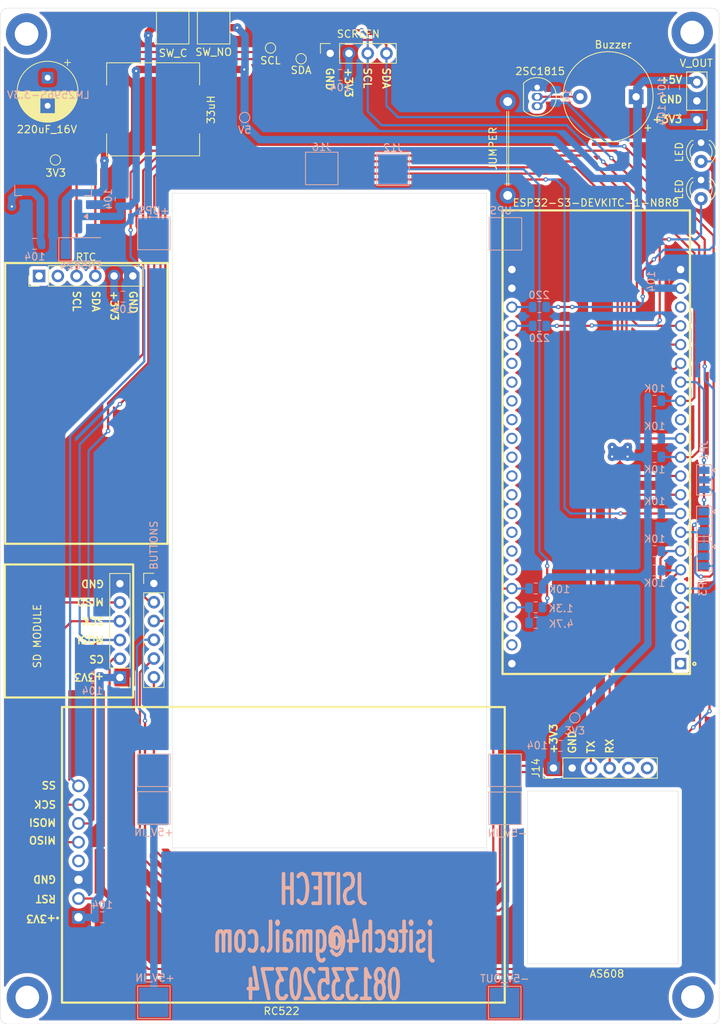
<source format=kicad_pcb>
(kicad_pcb (version 20241229) (generator "pcbnew") (generator_version "9.0")
  (layers (0 "F.Cu" signal) (2 "B.Cu" signal) (13 "F.Paste" user) (15 "B.Paste" user) (5 "F.SilkS" user "F.Silkscreen") (7 "B.SilkS" user "B.Silkscreen") (1 "F.Mask" user) (3 "B.Mask" user) (25 "Edge.Cuts" user))
  (net 0 "")
  (net 1 "GND")
  (net 2 "+3.3V")
  (net 3 "+5V")
  (net 4 "Net-(D1-A)")
  (net 5 "Net-(D2-K)")
  (net 6 "/SCL")
  (net 7 "/SDA")
  (net 8 "Net-(D3-A)")
  (net 10 "/TX")
  (net 11 "/RX")
  (net 12 "/SHARED_MOSI")
  (net 13 "/SD CARD CS")
  (net 14 "/SHARED_SCK")
  (net 15 "/SHARED_MISO")
  (net 16 "/BTN3")
  (net 17 "/BTN2")
  (net 18 "/BTN1")
  (net 19 "/BTN4")
  (net 20 "/BTN5")
  (net 21 "/CS3")
  (net 22 "/RC522 SS")
  (net 23 "/CS1")
  (net 24 "/CS2")
  (net 25 "/RC522 RST")
  (net 27 "Net-(J4-Pin_1)")
  (net 30 "Net-(U1-USB_D-{slash}GPIO19)")
  (net 31 "Net-(U1-USB_D+{slash}GPIO20)")
  (net 32 "Net-(U1-GPIO1)")
  (net 49 "Net-(J3-Pin_1)")
  (net 55 "Net-(J12-Pin_1)")
  (net 56 "Net-(J17-Pin_1)")
  (net 57 "Net-(BZ1--)")
  (net 58 "Net-(JP3-B)")
  (net 59 "Net-(Q1-B)")
  (footprint "MountingHole:MountingHole_3.2mm_M3_DIN965_Pad" (layer "F.Cu") (at 167.1025 161.7)
    (property "Reference" "REF**" (hide yes))
    (property "Value" "MountingHole_3.2mm_M3_DIN965_Pad" (hide yes))
  )
  (footprint "MountingHole:MountingHole_3.2mm_M3_DIN965_Pad" (layer "F.Cu") (at 167.0025 31.15)
    (property "Reference" "REF**" (hide yes))
    (property "Value" "MountingHole_3.2mm_M3_DIN965_Pad" (hide yes))
  )
  (footprint "Capacitor_THT:CP_Radial_D8.0mm_P3.80mm" (layer "F.Cu") (at 79.6525 37.2675 -90)
    (property "Reference" "C6" (hide yes))
    (property "Value" "220uF_16V")
  )
  (footprint "LED_THT:LED_D3.0mm" (layer "F.Cu") (at 168.2 51.11 -90)
    (property "Reference" "D3" (hide yes))
    (property "Value" "LED")
  )
  (footprint "Footprint:RC522 RFID" (layer "F.Cu") (at 111.6 142.45 90)
    (property "Reference" "U3" (hide yes))
    (property "Value" "RC522")
  )
  (footprint "MountingHole:MountingHole_3.2mm_M3_DIN965_Pad" (layer "F.Cu") (at 76.8025 31.35)
    (property "Reference" "REF**" (hide yes))
    (property "Value" "MountingHole_3.2mm_M3_DIN965_Pad" (hide yes))
  )
  (footprint "MountingHole:MountingHole_3.2mm_M3_DIN965_Pad" (layer "F.Cu") (at 76.9025 161.75)
    (property "Reference" "REF**" (hide yes))
    (property "Value" "MountingHole_3.2mm_M3_DIN965_Pad" (hide yes))
  )
  (footprint "TestPoint:TestPoint_Pad_D1.0mm" (layer "F.Cu") (at 114 34.7025)
    (property "Reference" "SDA1" (hide yes))
    (property "Value" "SDA")
  )
  (footprint "TestPoint:TestPoint_Pad_4.0x4.0mm" (layer "F.Cu") (at 102.1525 30.5)
    (property "Reference" "J18" (hide yes))
    (property "Value" "SW_NO")
  )
  (footprint "Connector_PinSocket_2.54mm:PinSocket_1x04_P2.54mm_Vertical" (layer "F.Cu") (at 117.95 33.975 90)
    (property "Reference" "J2" (hide yes))
    (property "Value" "SCREEN")
  )
  (footprint "Package_TO_SOT_THT:TO-92_Inline" (layer "F.Cu") (at 145.9925 38.58 -90)
    (property "Reference" "Q1" (hide yes))
    (property "Value" "2SC1815")
  )
  (footprint "Connector_PinHeader_2.54mm:PinHeader_1x06_P2.54mm_Vertical" (layer "F.Cu") (at 78.5 64.1 90)
    (property "Reference" "J1" (hide yes))
    (property "Value" "RTC")
  )
  (footprint "Connector_PinHeader_2.54mm:PinHeader_1x03_P2.54mm_Vertical" (layer "F.Cu") (at 167.63 42.95 180)
    (property "Reference" "J11" (hide yes))
    (property "Value" "V_OUT")
  )
  (footprint "LED_THT:LED_D3.0mm" (layer "F.Cu") (at 168.2 46.06 -90)
    (property "Reference" "D1" (hide yes))
    (property "Value" "LED")
  )
  (footprint "Connector_PinHeader_2.54mm:PinHeader_1x06_P2.54mm_Vertical" (layer "F.Cu") (at 148.2 130.7 90)
    (property "Reference" "J14")
    (property "Value" "AS608")
  )
  (footprint "Connector_PinHeader_2.54mm:PinHeader_1x06_P2.54mm_Vertical" (layer "F.Cu") (at 89.45 118.45 180)
    (property "Reference" "J15" (hide yes))
    (property "Value" "SD MODULE")
  )
  (footprint "TestPoint:TestPoint_Pad_D1.0mm" (layer "F.Cu") (at 109.8525 33.25)
    (property "Reference" "SCL1" (hide yes))
    (property "Value" "SCL")
  )
  (footprint "PCM_Jumper_AKL:Jumper_P12.70mm_D1.2mm" (layer "F.Cu") (at 142 53.2 90)
    (property "Reference" "REF**" (hide yes))
    (property "Value" "JUMPER")
  )
  (footprint "Inductor_SMD:L_12x12mm_H4.5mm" (layer "F.Cu") (at 93.95 41.55)
    (property "Reference" "L1" (hide yes))
    (property "Value" "33uH")
  )
  (footprint "TestPoint:TestPoint_Pad_D1.0mm" (layer "F.Cu") (at 80.7025 48.4)
    (property "Reference" "3.3V5" (hide yes))
    (property "Value" "3V3")
  )
  (footprint "Buzzer_Beeper:Buzzer_12x9.5RM7.6" (layer "F.Cu") (at 159.4025 39.85 180)
    (property "Reference" "BZ1" (hide yes))
    (property "Value" "Buzzer")
  )
  (footprint "Connector_PinHeader_2.54mm:PinHeader_1x06_P2.54mm_Vertical" (layer "F.Cu") (at 94.05 105.72)
    (property "Reference" "J13" (hide yes))
    (property "Value" "BUTTONS")
  )
  (footprint "TestPoint:TestPoint_Pad_4.0x4.0mm" (layer "F.Cu") (at 96.6025 30.5)
    (property "Reference" "J17" (hide yes))
    (property "Value" "SW_C")
  )
  (footprint "Footprint:ESP32-S3-DEVKITC" (layer "F.Cu") (at 154 86.6 180)
    (property "Reference" "U1" (hide yes))
    (property "Value" "ESP32-S3-DEVKITC-1-N8R8")
  )
  (footprint "Capacitor_SMD:C_0805_2012Metric" (layer "B.Cu") (at 163.15 64.8 90)
    (property "Reference" "C3" (hide yes))
    (property "Value" "104")
  )
  (footprint "Resistor_SMD:R_0805_2012Metric" (layer "B.Cu") (at 161.9125 103.95)
    (property "Reference" "R10" (hide yes))
    (property "Value" "10K")
  )
  (footprint "Resistor_SMD:R_0805_2012Metric" (layer "B.Cu") (at 161.9125 96.25)
    (property "Reference" "R8" (hide yes))
    (property "Value" "10K")
  )
  (footprint "TestPoint:TestPoint_Pad_D1.0mm" (layer "B.Cu") (at 151.1025 123.9 180)
    (property "Reference" "3.3V2" (hide yes))
    (property "Value" "3V3")
  )
  (footprint "Capacitor_SMD:C_0805_2012Metric" (layer "B.Cu") (at 89.55 53.7 90)
    (property "Reference" "C4" (hide yes))
    (property "Value" "104")
  )
  (footprint "Resistor_SMD:R_0805_2012Metric" (layer "B.Cu") (at 146.3 68.3 180)
    (property "Reference" "R3" (hide yes))
    (property "Value" "220")
  )
  (footprint "Capacitor_SMD:C_0805_2012Metric" (layer "B.Cu") (at 85.8 118.45 180)
    (property "Reference" "C11" (hide yes))
    (property "Value" "104")
  )
  (footprint "TestPoint:TestPoint_Pad_D1.0mm" (layer "B.Cu") (at 106.3525 42.65 180)
    (property "Reference" "5V1" (hide yes))
    (property "Value" "5V")
  )
  (footprint "Capacitor_SMD:C_0805_2012Metric" (layer "B.Cu") (at 164.55 42.35 90)
    (property "Reference" "C5" (hide yes))
    (property "Value" "104")
  )
  (footprint "Capacitor_SMD:C_0805_2012Metric" (layer "B.Cu") (at 149.15 127.7)
    (property "Reference" "C10" (hide yes))
    (property "Value" "104")
  )
  (footprint "Capacitor_SMD:C_0805_2012Metric" (layer "B.Cu") (at 119.3 36.9 180)
    (property "Reference" "C1" (hide yes))
    (property "Value" "104")
  )
  (footprint "Capacitor_SMD:C_0805_2012Metric" (layer "B.Cu") (at 87.05 150.9)
    (property "Reference" "C9" (hide yes))
    (property "Value" "104")
  )
  (footprint "Resistor_SMD:R_0805_2012Metric" (layer "B.Cu") (at 146.3 70.85 180)
    (property "Reference" "R4" (hide yes))
    (property "Value" "220")
  )
  (footprint "TestPoint:TestPoint_Pad_4.0x4.0mm" (layer "B.Cu") (at 141.65 136.15 180)
    (property "Reference" "IN-" (hide yes))
    (property "Value" "-5V_IN")
  )
  (footprint "Package_TO_SOT_SMD:TO-263-5_TabPin3" (layer "B.Cu") (at 80.4 48.4 90)
    (property "Reference" "U2" (hide yes))
    (property "Value" "LM2596S-3.3V")
  )
  (footprint "TestPoint:TestPoint_Pad_4.0x4.0mm" (layer "B.Cu") (at 141.6 162.45 180)
    (property "Reference" "J4" (hide yes))
    (property "Value" "-5V_OUT")
  )
  (footprint "TestPoint:TestPoint_Pad_4.0x4.0mm" (layer "B.Cu") (at 141.6525 131 180)
    (property "Reference" "J6" (hide yes))
    (property "Value" "-5V_IN")
  )
  (footprint "Capacitor_SMD:C_0805_2012Metric" (layer "B.Cu") (at 164.55 38.6 -90)
    (property "Reference" "C7" (hide yes))
    (property "Value" "104")
  )
  (footprint "Jumper:SolderJumper-3_P1.3mm_Open_Pad1.0x1.5mm" (layer "B.Cu") (at 168.6025 102.05 -90)
    (property "Reference" "JP3")
    (property "Value" "~")
  )
  (footprint "TestPoint:TestPoint_Pad_4.0x4.0mm" (layer "B.Cu") (at 94.05 136.1 180)
    (property "Reference" "IN+" (hide yes))
    (property "Value" "+5V_IN")
  )
  (footprint "TestPoint:TestPoint_Pad_4.0x4.0mm" (layer "B.Cu") (at 116.8 49.55 180)
    (property "Reference" "J16")
    (property "Value" "-BATT")
  )
  (footprint "Jumper:SolderJumper-3_P1.3mm_Open_Pad1.0x1.5mm" (layer "B.Cu") (at 168.6 97.3 -90)
    (property "Reference" "JP2" (hide yes))
    (property "Value" "~")
  )
  (footprint "Capacitor_SMD:C_0805_2012Metric" (layer "B.Cu") (at 89.85 66.9)
    (property "Reference" "C2" (hide yes))
    (property "Value" "104")
  )
  (footprint "TestPoint:TestPoint_Pad_4.0x4.0mm" (layer "B.Cu") (at 141.7 58.4 180)
    (property "Reference" "GND" (hide yes))
    (property "Value" "-UPS")
  )
  (footprint "Resistor_SMD:R_0805_2012Metric" (layer "B.Cu") (at 148.5025 39.8 90)
    (property "Reference" "R12" (hide yes))
    (property "Value" "1K")
  )
  (footprint "TestPoint:TestPoint_Pad_4.0x4.0mm" (layer "B.Cu") (at 126.45 49.65 180)
    (property "Reference" "J12")
    (property "Value" "+BATT")
  )
  (footprint "Resistor_SMD:R_0805_2012Metric" (layer "B.Cu") (at 161.9125 81)
    (property "Reference" "R2" (hide yes))
    (property "Value" "10K")
  )
  (footprint "TestPoint:TestPoint_Pad_4.0x4.0mm" (layer "B.Cu") (at 94.0525 131 180)
    (property "Reference" "J5" (hide yes))
    (property "Value" "+5V_IN")
  )
  (footprint "Resistor_SMD:R_0805_2012Metric" (layer "B.Cu") (at 161.9125 86.1)
    (property "Reference" "R7" (hide yes))
    (property "Value" "10K")
  )
  (footprint "Jumper:SolderJumper-3_P1.3mm_Open_Pad1.0x1.5mm" (layer "B.Cu") (at 168.6 91.7 -90)
    (property "Reference" "JP1")
    (property "Value" "~")
  )
  (footprint "Resistor_SMD:R_0805_2012Metric" (layer "B.Cu") (at 145.8 108.95 180)
    (property "Reference" "R5" (hide yes))
    (property "Value" "1.3K")
  )
  (footprint "TestPoint:TestPoint_Pad_4.0x4.0mm" (layer "B.Cu") (at 94.05 162.4 180)
    (property "Reference" "J3" (hide yes))
    (property "Value" "+5V_IN")
  )
  (footprint "Resistor_SMD:R_0805_2012Metric" (layer "B.Cu") (at 161.9125 101.35)
    (property "Reference" "R9" (hide yes))
    (property "Value" "10K")
  )
  (footprint "Resistor_SMD:R_0805_2012Metric" (layer "B.Cu") (at 145.8 106.4 180)
    (property "Reference" "R11" (hide yes))
    (property "Value" "10K")
  )
  (footprint "TestPoint:TestPoint_Pad_4.0x4.0mm" (layer "B.Cu") (at 94.05 58.35 180)
    (property "Reference" "J9" (hide yes))
    (property "Value" "+UPS")
  )
  (footprint "Resistor_SMD:R_0805_2012Metric" (layer "B.Cu") (at 161.9125 88.6)
    (property "Reference" "R1" (hide yes))
    (property "Value" "10K")
  )
  (footprint "Diode_SMD:D_2010_5025Metric" (layer "B.Cu") (at 84.35 60.5)
    (property "Reference" "D2" (hide yes))
    (property "Value" "1N5824")
  )
  (footprint "Capacitor_SMD:C_0805_2012Metric" (layer "B.Cu") (at 77.9 59.75 180)
    (property "Reference" "C8" (hide yes))
    (property "Value" "104")
  )
  (footprint "Resistor_SMD:R_0805_2012Metric" (layer "B.Cu") (at 145.8 111.05)
    (property "Reference" "R6" (hide yes))
    (property "Value" "4.7K")
  )
  (gr_rect (start 73.9 62.35) (end 95.9 100.35) (stroke (width 0.3)) (fill no) (layer "F.SilkS"))
  (gr_rect (start 73.85 103.15) (end 91.25 121.15) (stroke (width 0.3)) (fill no) (layer "F.SilkS"))
  (gr_arc (start 73.25 28.85) (mid 73.542893 28.142893) (end 74.25 27.85) (stroke (width 0.05)) (layer "Edge.Cuts"))
  (gr_arc (start 169.65 27.85) (mid 170.357107 28.142893) (end 170.65 28.85) (stroke (width 0.05)) (layer "Edge.Cuts"))
  (gr_line (start 74.25 27.85) (end 169.65 27.85) (stroke (width 0.05)) (layer "Edge.Cuts"))
  (gr_arc (start 74.25 165.35) (mid 73.542893 165.057107) (end 73.25 164.35) (stroke (width 0.05)) (layer "Edge.Cuts"))
  (gr_line (start 170.65 28.85) (end 170.65 164.35) (stroke (width 0.05)) (layer "Edge.Cuts"))
  (gr_arc (start 170.65 164.35) (mid 170.357107 165.057107) (end 169.65 165.35) (stroke (width 0.05)) (layer "Edge.Cuts"))
  (gr_line (start 73.25 164.35) (end 73.25 28.85) (stroke (width 0.05)) (layer "Edge.Cuts"))
  (gr_rect (start 96.55 52.9) (end 139.15 141.5) (stroke (width 0.05)) (fill no) (layer "Edge.Cuts"))
  (gr_rect (start 144.7 133.8) (end 165.1 157.2) (stroke (width 0.05)) (fill no) (layer "Edge.Cuts"))
  (gr_line (start 169.65 165.35) (end 74.25 165.35) (stroke (width 0.05)) (layer "Edge.Cuts"))
  (gr_text "GND" (at 87.4025 105.15 180) (layer "F.SilkS") (effects (font (size 1 1) (thickness 0.2) (bold yes)) (justify left bottom)))
  (gr_text "MOSI" (at 87.4025 112.75 180) (layer "F.SilkS") (effects (font (size 1 1) (thickness 0.2) (bold yes)) (justify left bottom)))
  (gr_text "RX" (at 156.4025 128.85 90) (layer "F.SilkS") (effects (font (size 1 1) (thickness 0.2) (bold yes)) (justify left bottom)))
  (gr_text "SDA" (at 85.6025 66 270) (layer "F.SilkS") (effects (font (size 1 1) (thickness 0.2) (bold yes)) (justify left bottom)))
  (gr_text "SCL" (at 83.0025 66 270) (layer "F.SilkS") (effects (font (size 1 1) (thickness 0.2) (bold yes)) (justify left bottom)))
  (gr_text "+3V3" (at 161.500119 43.475 0) (layer "F.SilkS") (effects (font (size 1 1) (thickness 0.2) (bold yes)) (justify left bottom)))
  (gr_text "MOSI" (at 80.9025 137.45 180) (layer "F.SilkS") (effects (font (size 1 1) (thickness 0.2) (bold yes)) (justify left bottom)))
  (gr_text "RST" (at 80.9025 147.8 180) (layer "F.SilkS") (effects (font (size 1 1) (thickness 0.2) (bold yes)) (justify left bottom)))
  (gr_text "SCK" (at 80.9025 135 180) (layer "F.SilkS") (effects (font (size 1 1) (thickness 0.2) (bold yes)) (justify left bottom)))
  (gr_text "+3V3" (at 80.9025 150.5 180) (layer "F.SilkS") (effects (font (size 1 1) (thickness 0.2) (bold yes)) (justify left bottom)))
  (gr_text "MISO" (at 80.9025 139.85 180) (layer "F.SilkS") (effects (font (size 1 1) (thickness 0.2) (bold yes)) (justify left bottom)))
  (gr_text "SDA" (at 124.9525 35.8 270) (layer "F.SilkS") (effects (font (size 1 1) (thickness 0.2) (bold yes)) (justify left bottom)))
  (gr_text "GND" (at 80.9025 145.15 180) (layer "F.SilkS") (effects (font (size 1 1) (thickness 0.2) (bold yes)) (justify left bottom)))
  (gr_text "+3V3" (at 148.8025 128.85 90) (layer "F.SilkS") (effects (font (size 1 1) (thickness 0.2) (bold yes)) (justify left bottom)))
  (gr_text "SCK" (at 87.4025 110.2 180) (layer "F.SilkS") (effects (font (size 1 1) (thickness 0.2) (bold yes)) (justify left bottom)))
  (gr_text "+3V3" (at 119.8525 35.8 270) (layer "F.SilkS") (effects (font (size 1 1) (thickness 0.2) (bold yes)) (justify left bottom)))
  (gr_text "+5V" (at 162.4525 38.125 0) (layer "F.SilkS") (effects (font (size 1 1) (thickness 0.2) (bold yes)) (justify left bottom)))
  (gr_text "+3V3" (at 87.4025 117.8 180) (layer "F.SilkS") (effects (font (size 1 1) (thickness 0.2) (bold yes)) (justify left bottom)))
  (gr_text "CS" (at 87.4025 115.35 180) (layer "F.SilkS") (effects (font (size 1 1) (thickness 0.2) (bold yes)) (justify left bottom)))
  (gr_text "SS" (at 80.9025 132.4 180) (layer "F.SilkS") (effects (font (size 1 1) (thickness 0.2) (bold yes)) (justify left bottom)))
  (gr_text "GND" (at 117.3025 35.8 270) (layer "F.SilkS") (effects (font (size 1 1) (thickness 0.2) (bold yes)) (justify left bottom)))
  (gr_text "SCL" (at 122.4025 35.8 270) (layer "F.SilkS") (effects (font (size 1 1) (thickness 0.2) (bold yes)) (justify left bottom)))
  (gr_text "+3V3" (at 88.1025 66 270) (layer "F.SilkS") (effects (font (size 1 1) (thickness 0.2) (bold yes)) (justify left bottom)))
  (gr_text "GND" (at 162.4525 40.8 0) (layer "F.SilkS") (effects (font (size 1 1) (thickness 0.2) (bold yes)) (justify left bottom)))
  (gr_text "MISO" (at 87.4025 107.6 180) (layer "F.SilkS") (effects (font (size 1 1) (thickness 0.2) (bold yes)) (justify left bottom)))
  (gr_text "TX" (at 153.869167 128.85 90) (layer "F.SilkS") (effects (font (size 1 1) (thickness 0.2) (bold yes)) (justify left bottom)))
  (gr_text "GND" (at 151.335833 128.85 90) (layer "F.SilkS") (effects (font (size 1 1) (thickness 0.2) (bold yes)) (justify left bottom)))
  (gr_text "GND" (at 90.6525 66 270) (layer "F.SilkS") (effects (font (size 1 1) (thickness 0.2) (bold yes)) (justify left bottom)))
  (gr_text "JSITECH\njsitech4@gmail.com\n08133520374" (at 117.0525 162.4 0) (layer "B.SilkS") (effects (font (size 4 2) (thickness 0.5) (bold yes)) (justify bottom mirror)))
  (segment (start 91.2 63.5475) (end 91.2 64.1) (width 1) (layer "B.Cu") (net 1))
  (segment (start 88.1525 60.5) (end 91.2 63.5475) (width 1) (layer "B.Cu") (net 1))
  (segment (start 86.6 60.5) (end 88.1525 60.5) (width 1) (layer "B.Cu") (net 1))
  (segment (start 87.6 67.2) (end 88.66 66.14) (width 1) (layer "F.Cu") (net 2))
  (segment (start 74.8 65.6) (end 76.4 67.2) (width 1) (layer "F.Cu") (net 2))
  (segment (start 76.4 67.2) (end 87.6 67.2) (width 1) (layer "F.Cu") (net 2))
  (segment (start 88.66 66.14) (end 88.66 64.1) (width 1) (layer "F.Cu") (net 2))
  (segment (start 98.9 41.55) (end 98.1 42.35) (width 1) (layer "F.Cu") (net 2))
  (segment (start 74.8 54.7) (end 74.8 65.6) (width 1) (layer "F.Cu") (net 2))
  (via (at 158.25 87.25) (size 1.2) (drill 0.3) (layers "F.Cu" "B.Cu") (net 2))
  (via (at 156.15 88.55) (size 1.2) (drill 0.3) (layers "F.Cu" "B.Cu") (net 2))
  (via (at 158.25 88.55) (size 1.2) (drill 0.3) (layers "F.Cu" "B.Cu") (net 2))
  (via (at 74.8 54.7) (size 1.2) (drill 0.3) (layers "F.Cu" "B.Cu") (net 2))
  (via (at 156.15 87.25) (size 1.2) (drill 0.3) (layers "F.Cu" "B.Cu") (net 2))
  (segment (start 161 86.1) (end 161 88.6) (width 1) (layer "B.Cu") (net 2))
  (segment (start 158.3 88.6) (end 158.25 88.55) (width 1) (layer "B.Cu") (net 2))
  (segment (start 167.28 43.3) (end 167.63 42.95) (width 1) (layer "B.Cu") (net 2))
  (segment (start 148.2 127.7) (end 148.2 126.7525) (width 1) (layer "B.Cu") (net 2))
  (segment (start 161 96.25) (end 161 101.35) (width 1) (layer "B.Cu") (net 2))
  (segment (start 120.49 33.975) (end 120.49 36.66) (width 1) (layer "B.Cu") (net 2))
  (segment (start 75.6 52.75) (end 74.8 53.55) (width 1) (layer "B.Cu") (net 2))
  (segment (start 158.25 88.55) (end 156.15 88.55) (width 1) (layer "B.Cu") (net 2))
  (segment (start 161 88.6) (end 158.3 88.6) (width 1) (layer "B.Cu") (net 2))
  (segment (start 161 105.7) (end 161 103.95) (width 1) (layer "B.Cu") (net 2))
  (segment (start 78.7 53.75) (end 77.7 52.75) (width 1) (layer "B.Cu") (net 2))
  (segment (start 147.65 104.85) (end 159.25 104.85) (width 1) (layer "B.Cu") (net 2))
  (segment (start 160.1 104.85) (end 161 103.95) (width 1) (layer "B.Cu") (net 2))
  (segment (start 86.1 148.7) (end 86.75 148.05) (width 1) (layer "B.Cu") (net 2))
  (segment (start 161 104.45) (end 161 103.9) (width 1) (layer "B.Cu") (net 2))
  (segment (start 161 81) (end 161 86.1) (width 1) (layer "B.Cu") (net 2))
  (segment (start 120.49 36.66) (end 120.25 36.9) (width 1) (layer "B.Cu") (net 2))
  (segment (start 86.75 118.45) (end 89.45 118.45) (width 1) (layer "B.Cu") (net 2))
  (segment (start 86.75 148.05) (end 86.75 118.45) (width 1) (layer "B.Cu") (net 2))
  (segment (start 159.25 104.85) (end 160.15 104.85) (width 1) (layer "B.Cu") (net 2))
  (segment (start 78.7 56.05) (end 78.7 53.75) (width 1) (layer "B.Cu") (net 2))
  (segment (start 156.15 87.25) (end 156.15 88.55) (width 1) (layer "B.Cu") (net 2))
  (segment (start 161 81) (end 161 80.4) (width 1) (layer "B.Cu") (net 2))
  (segment (start 146.7125 105.7875) (end 147.65 104.85) (width 1) (layer "B.Cu") (net 2))
  (segment (start 161 88.6) (end 161 96.25) (width 1) (layer "B.Cu") (net 2))
  (segment (start 148.2 126.7525) (end 161 113.9525) (width 1) (layer "B.Cu") (net 2))
  (segment (start 158.25 87.25) (end 158.25 88.55) (width 1) (layer "B.Cu") (net 2))
  (segment (start 161 101.35) (end 161 103.9) (width 1) (layer "B.Cu") (net 2))
  (segment (start 88.66 64.1) (end 88.66 66.66) (width 1) (layer "B.Cu") (net 2))
  (segment (start 146.7125 106.4) (end 146.7125 105.7875) (width 1) (layer "B.Cu") (net 2))
  (segment (start 148.2 130.7) (end 148.2 127.7) (width 1) (layer "B.Cu") (net 2))
  (segment (start 74.8 53.55) (end 74.8 54.7) (width 1) (layer "B.Cu") (net 2))
  (segment (start 159.25 104.85) (end 160.1 104.85) (width 1) (layer "B.Cu") (net 2))
  (segment (start 164.55 43.3) (end 167.28 43.3) (width 1) (layer "B.Cu") (net 2))
  (segment (start 161 103.9) (end 161 103.85) (width 1) (layer "B.Cu") (net 2))
  (segment (start 78.7 56.05) (end 78.7 59.6) (width 1) (layer "B.Cu") (net 2))
  (segment (start 86.1 150.9) (end 83.84 150.9) (width 1) (layer "B.Cu") (net 2))
  (segment (start 86.1 150.9) (end 86.1 148.7) (width 1) (layer "B.Cu") (net 2))
  (segment (start 77.7 52.75) (end 75.6 52.75) (width 1) (layer "B.Cu") (net 2))
  (segment (start 160.15 104.85) (end 161 105.7) (width 1) (layer "B.Cu") (net 2))
  (segment (start 161 113.9525) (end 161 105.7) (width 1) (layer "B.Cu") (net 2))
  (segment (start 160.6 104.85) (end 161 104.45) (width 1) (layer "B.Cu") (net 2))
  (segment (start 88.66 66.66) (end 88.9 66.9) (width 1) (layer "B.Cu") (net 2))
  (segment (start 78.7 59.6) (end 78.85 59.75) (width 1) (layer "B.Cu") (net 2))
  (segment (start 159.25 104.85) (end 160.6 104.85) (width 1) (layer "B.Cu") (net 2))
  (segment (start 105.35 30.5) (end 102.1525 30.5) (width 1) (layer "F.Cu") (net 3))
  (segment (start 91.8525 36.15) (end 106.3 36.15) (width 1) (layer "F.Cu") (net 3))
  (segment (start 91.6525 36.35) (end 91.8525 36.15) (width 1) (layer "F.Cu") (net 3))
  (via (at 91.6525 36.35) (size 1.2) (drill 0.3) (layers "F.Cu" "B.Cu") (net 3))
  (via (at 106.3 36.15) (size 1.2) (drill 0.3) (layers "F.Cu" "B.Cu") (net 3))
  (via (at 105.35 30.5) (size 1.2) (drill 0.3) (layers "F.Cu" "B.Cu") (net 3))
  (segment (start 159.5 50.8) (end 159.5 49.6) (width 1) (layer "B.Cu") (net 3))
  (segment (start 163.15 65.75) (end 161 65.75) (width 1) (layer "B.Cu") (net 3))
  (segment (start 157.15 50.9) (end 158.2 50.9) (width 1) (layer "B.Cu") (net 3))
  (segment (start 148.35 45.65) (end 153.6 50.9) (width 1) (layer "B.Cu") (net 3))
  (segment (start 159.7 53.95) (end 159.7 52) (width 1) (layer "B.Cu") (net 3))
  (segment (start 153.6 50.9) (end 157.15 50.9) (width 1) (layer "B.Cu") (net 3))
  (segment (start 159.6 50.9) (end 159.5 50.8) (width 1) (layer "B.Cu") (net 3))
  (segment (start 160.5 37.65) (end 162.45 37.65) (width 1) (layer "B.Cu") (net 3))
  (segment (start 91.6525 40.3475) (end 91.65 40.35) (width 1) (layer "B.Cu") (net 3))
  (segment (start 159.7 64.45) (end 159.7 58.082538) (width 1) (layer "B.Cu") (net 3))
  (segment (start 164.55 37.65) (end 167.41 37.65) (width 1) (layer "B.Cu") (net 3))
  (segment (start 159.7 52) (end 159.7 51) (width 1) (layer "B.Cu") (net 3))
  (segment (start 90.81375 54.65) (end 89.55 54.65) (width 1) (layer "B.Cu") (net 3))
  (segment (start 158.6 50.9) (end 159.7 52) (width 1) (layer "B.Cu") (net 3))
  (segment (start 105.35 30.5) (end 106.4 31.55) (width 1) (layer "B.Cu") (net 3))
  (segment (start 91.6525 36.35) (end 91.6525 40.3475) (width 1) (layer "B.Cu") (net 3))
  (segment (start 91.65 53.81375) (end 90.81375 54.65) (width 1) (layer "B.Cu") (net 3))
  (segment (start 106.4 43.65) (end 108.4 45.65) (width 1) (layer "B.Cu") (net 3))
  (segment (start 106.3 43.55) (end 106.4 43.65) (width 1) (layer "B.Cu") (net 3))
  (segment (start 89.55 54.65) (end 89.55 56.05) (width 1) (layer "B.Cu") (net 3))
  (segment (start 161 65.75) (end 159.7 64.45) (width 1) (layer "B.Cu") (net 3))
  (segment (start 91.65 40.35) (end 91.65 53.81375) (width 1) (layer "B.Cu") (net 3))
  (segment (start 106.3 36.15) (end 106.4 36.05) (width 1) (layer "B.Cu") (net 3))
  (segment (start 163.15 65.75) (end 165.41 65.75) (width 1) (layer "B.Cu") (net 3))
  (segment (start 159.5 38.65) (end 160.5 37.65) (width 1) (layer "B.Cu") (net 3))
  (segment (start 108.4 45.65) (end 148.35 45.65) (width 1) (layer "B.Cu") (net 3))
  (segment (start 157.15 50.9) (end 159.6 50.9) (width 1) (layer "B.Cu") (net 3))
  (segment (start 106.3 36.15) (end 106.3 43.55) (width 1) (layer "B.Cu") (net 3))
  (segment (start 159.7 38.45) (end 160.5 37.65) (width 1) (layer "B.Cu") (net 3))
  (segment (start 157.15 50.9) (end 158.6 50.9) (width 1) (layer "B.Cu") (net 3))
  (segment (start 106.4 31.55) (end 106.4 43.65) (width 1) (layer "B.Cu") (net 3))
  (segment (start 159.7 51) (end 159.6 50.9) (width 1) (layer "B.Cu") (net 3))
  (segment (start 87.6 56.05) (end 83.8 56.05) (width 1) (layer "B.Cu") (net 3))
  (segment (start 167.41 37.65) (end 167.63 37.87) (width 1) (layer "B.Cu") (net 3))
  (segment (start 158.2 50.9) (end 159.5 49.6) (width 1) (layer "B.Cu") (net 3))
  (segment (start 159.7 58.082538) (end 159.7 53.95) (width 1) (layer "B.Cu") (net 3))
  (segment (start 159.7 53.95) (end 159.7 38.45) (width 1) (layer "B.Cu") (net 3))
  (segment (start 159.5 49.6) (end 159.5 38.65) (width 1) (layer "B.Cu") (net 3))
  (segment (start 89.55 56.05) (end 87.6 56.05) (width 1) (layer "B.Cu") (net 3))
  (segment (start 106.4 36.05) (end 106.4 31.55) (width 1) (layer "B.Cu") (net 3))
  (segment (start 162.45 37.65) (end 164.55 37.65) (width 1) (layer "B.Cu") (net 3))
  (segment (start 165.41 65.75) (end 165.43 65.77) (width 1) (layer "B.Cu") (net 3))
  (segment (start 161.80724 61.854893) (end 160.95 62.712133) (width 0.3) (layer "F.Cu") (net 4))
  (segment (start 160.95 62.75) (end 160.3 63.4) (width 0.3) (layer "F.Cu") (net 4))
  (segment (start 160.95 62.712133) (end 160.95 62.75) (width 0.3) (layer "F.Cu") (net 4))
  (segment (start 160.3 63.4) (end 160.3 66.9) (width 0.3) (layer "F.Cu") (net 4))
  (segment (start 150.75 68.3) (end 148.85 68.3) (width 0.3) (layer "F.Cu") (net 4))
  (via (at 161.80724 61.854893) (size 0.6) (drill 0.3) (layers "F.Cu" "B.Cu") (net 4))
  (via (at 150.75 68.3) (size 0.6) (drill 0.3) (layers "F.Cu" "B.Cu") (net 4))
  (via (at 148.85 68.3) (size 0.6) (drill 0.3) (layers "F.Cu" "B.Cu") (net 4))
  (via (at 160.3 66.9) (size 0.6) (drill 0.3) (layers "F.Cu" "B.Cu") (net 4))
  (segment (start 169.699 48.6) (end 168.2 48.6) (width 0.3) (layer "B.Cu") (net 4))
  (segment (start 160.3 67.75) (end 160.3 66.9) (width 0.3) (layer "B.Cu") (net 4))
  (segment (start 159.75 68.3) (end 160.3 67.75) (width 0.3) (layer "B.Cu") (net 4))
  (segment (start 161.820107 61.854893) (end 163.125 60.55) (width 0.3) (layer "B.Cu") (net 4))
  (segment (start 150.75 68.3) (end 159.75 68.3) (width 0.3) (layer "B.Cu") (net 4))
  (segment (start 148.85 68.3) (end 147.2125 68.3) (width 0.3) (layer "B.Cu") (net 4))
  (segment (start 163.125 60.55) (end 169.35 60.55) (width 0.3) (layer "B.Cu") (net 4))
  (segment (start 169.35 60.55) (end 169.999 59.901) (width 0.3) (layer "B.Cu") (net 4))
  (segment (start 161.80724 61.854893) (end 161.820107 61.854893) (width 0.3) (layer "B.Cu") (net 4))
  (segment (start 169.999 48.9) (end 169.699 48.6) (width 0.3) (layer "B.Cu") (net 4))
  (segment (start 169.999 59.901) (end 169.999 48.9) (width 0.3) (layer "B.Cu") (net 4))
  (segment (start 87.3525 46.02625) (end 89 44.37875) (width 1) (layer "F.Cu") (net 5))
  (segment (start 87.3525 48.5025) (end 87.3525 46.02625) (width 1) (layer "F.Cu") (net 5))
  (segment (start 89 44.37875) (end 89 41.55) (width 1) (layer "F.Cu") (net 5))
  (via (at 87.3525 48.5025) (size 1.2) (drill 0.3) (layers "F.Cu" "B.Cu") (net 5))
  (segment (start 87.3525 48.5025) (end 87.3525 52.1975) (width 1) (layer "B.Cu") (net 5))
  (segment (start 86.701 52.849) (end 83.016312 52.849) (width 1) (layer "B.Cu") (net 5))
  (segment (start 83.016312 52.849) (end 82.1 53.765312) (width 1) (layer "B.Cu") (net 5))
  (segment (start 82.1 56.05) (end 82.1 60.5) (width 1) (layer "B.Cu") (net 5))
  (segment (start 87.3525 52.1975) (end 86.701 52.849) (width 1) (layer "B.Cu") (net 5))
  (segment (start 82.1 53.765312) (end 82.1 56.05) (width 1) (layer "B.Cu") (net 5))
  (segment (start 109.314375 33.8) (end 112.264375 30.85) (width 0.3) (layer "F.Cu") (net 6))
  (segment (start 112.264375 30.85) (end 122.2 30.85) (width 0.3) (layer "F.Cu") (net 6))
  (segment (start 123.05 33.995) (end 123.03 33.975) (width 0.3) (layer "F.Cu") (net 6))
  (segment (start 166.84 81.01) (end 165.43 81.01) (width 0.3) (layer "F.Cu") (net 6))
  (segment (start 85.0525 33.8) (end 109.314375 33.8) (width 0.3) (layer "F.Cu") (net 6))
  (segment (start 83.58 64.1) (end 83.58 35.2725) (width 0.3) (layer "F.Cu") (net 6))
  (segment (start 167.3 80.55) (end 166.84 81.01) (width 0.3) (layer "F.Cu") (net 6))
  (segment (start 83.58 35.2725) (end 85.0525 33.8) (width 0.3) (layer "F.Cu") (net 6))
  (segment (start 154.95 48.65) (end 167.3 61) (width 0.3) (layer "F.Cu") (net 6))
  (segment (start 167.3 61) (end 167.3 80.55) (width 0.3) (layer "F.Cu") (net 6))
  (via (at 122.2 30.85) (size 0.6) (drill 0.3) (layers "F.Cu" "B.Cu") (net 6))
  (via (at 154.95 48.65) (size 0.6) (drill 0.3) (layers "F.Cu" "B.Cu") (net 6))
  (segment (start 154.95 48.65) (end 150 43.7) (width 0.3) (layer "B.Cu") (net 6))
  (segment (start 123.03 31.68) (end 123.03 33.975) (width 0.3) (layer "B.Cu") (net 6))
  (segment (start 122.2 30.85) (end 123.03 31.68) (width 0.3) (layer "B.Cu") (net 6))
  (segment (start 165.42 81) (end 165.43 81.01) (width 0.3) (layer "B.Cu") (net 6))
  (segment (start 150 43.7) (end 124.9 43.7) (width 0.3) (layer "B.Cu") (net 6))
  (segment (start 124.9 43.7) (end 123.03 41.83) (width 0.3) (layer "B.Cu") (net 6))
  (segment (start 162.825 81) (end 165.42 81) (width 0.3) (layer "B.Cu") (net 6))
  (segment (start 123.03 41.83) (end 123.03 33.975) (width 0.3) (layer "B.Cu") (net 6))
  (segment (start 125.5525 32.8) (end 125.5525 33.2025) (width 0.3) (layer "F.Cu") (net 7))
  (segment (start 86.12 64.1) (end 86.12 35.9325) (width 0.3) (layer "F.Cu") (net 7))
  (segment (start 125.5525 33.2025) (end 125.57 33.22) (width 0.3) (layer "F.Cu") (net 7))
  (segment (start 167.02 88.63) (end 165.43 88.63) (width 0.3) (layer "F.Cu") (net 7))
  (segment (start 156.05 48.15) (end 167.949 60.049) (width 0.3) (layer "F.Cu") (net 7))
  (segment (start 86.12 35.9325) (end 87.3025 34.75) (width 0.3) (layer "F.Cu") (net 7))
  (segment (start 125.57 33.22) (end 125.57 33.975) (width 0.3) (layer "F.Cu") (net 7))
  (segment (start 167.949 87.701) (end 167.02 88.63) (width 0.3) (layer "F.Cu") (net 7))
  (segment (start 87.3025 34.75) (end 114 34.75) (width 0.3) (layer "F.Cu") (net 7))
  (segment (start 167.949 60.049) (end 167.949 87.701) (width 0.3) (layer "F.Cu") (net 7))
  (segment (start 124.9025 32.15) (end 125.5525 32.8) (width 0.3) (layer "F.Cu") (net 7))
  (segment (start 114 34.75) (end 116.6 32.15) (width 0.3) (layer "F.Cu") (net 7))
  (segment (start 116.6 32.15) (end 124.9025 32.15) (width 0.3) (layer "F.Cu") (net 7))
  (via (at 156.05 48.15) (size 0.6) (drill 0.3) (layers "F.Cu" "B.Cu") (net 7))
  (segment (start 162.825 88.6) (end 165.4 88.6) (width 0.3) (layer "B.Cu") (net 7))
  (segment (start 165.4 88.6) (end 165.43 88.63) (width 0.3) (layer "B.Cu") (net 7))
  (segment (start 125.57 41.07) (end 125.57 33.975) (width 0.3) (layer "B.Cu") (net 7))
  (segment (start 150.5 42.6) (end 127.1 42.6) (width 0.3) (layer "B.Cu") (net 7))
  (segment (start 127.1 42.6) (end 125.57 41.07) (width 0.3) (layer "B.Cu") (net 7))
  (segment (start 156.05 48.15) (end 150.5 42.6) (width 0.3) (layer "B.Cu") (net 7))
  (segment (start 162.6 59.425) (end 162.6 70.1) (width 0.3) (layer "F.Cu") (net 8))
  (segment (start 153.4 70.8) (end 153.35 70.85) (width 0.3) (layer "F.Cu") (net 8))
  (segment (start 163.85 59.15) (end 162.875 59.15) (width 0.3) (layer "F.Cu") (net 8))
  (segment (start 153.35 70.85) (end 148.65 70.85) (width 0.3) (layer "F.Cu") (net 8))
  (segment (start 162.875 59.15) (end 162.6 59.425) (width 0.3) (layer "F.Cu") (net 8))
  (via (at 153.4 70.8) (size 0.6) (drill 0.3) (layers "F.Cu" "B.Cu") (net 8))
  (via (at 162.6 70.1) (size 0.6) (drill 0.3) (layers "F.Cu" "B.Cu") (net 8))
  (via (at 163.85 59.15) (size 0.6) (drill 0.3) (layers "F.Cu" "B.Cu") (net 8))
  (via (at 148.65 70.85) (size 0.6) (drill 0.3) (layers "F.Cu" "B.Cu") (net 8))
  (segment (start 162.6 70.3) (end 162.1 70.8) (width 0.3) (layer "B.Cu") (net 8))
  (segment (start 162.1 70.8) (end 153.4 70.8) (width 0.3) (layer "B.Cu") (net 8))
  (segment (start 168.2 53.65) (end 168.2 58.45) (width 0.3) (layer "B.Cu") (net 8))
  (segment (start 148.65 70.85) (end 147.2125 70.85) (width 0.3) (layer "B.Cu") (net 8))
  (segment (start 167.5 59.15) (end 163.85 59.15) (width 0.3) (layer "B.Cu") (net 8))
  (segment (start 168.2 58.45) (end 167.5 59.15) (width 0.3) (layer "B.Cu") (net 8))
  (segment (start 162.6 70.1) (end 162.6 70.3) (width 0.3) (layer "B.Cu") (net 8))
  (segment (start 157.24 93.71) (end 155.82 95.13) (width 0.3) (layer "F.Cu") (net 10))
  (segment (start 165.43 93.71) (end 157.24 93.71) (width 0.3) (layer "F.Cu") (net 10))
  (segment (start 155.82 95.13) (end 155.82 130.7) (width 0.3) (layer "F.Cu") (net 10))
  (segment (start 153.28 130.7) (end 153.28 92.57) (width 0.3) (layer "F.Cu") (net 11))
  (segment (start 153.28 92.57) (end 154.68 91.17) (width 0.3) (layer "F.Cu") (net 11))
  (segment (start 154.68 91.17) (end 165.43 91.17) (width 0.3) (layer "F.Cu") (net 11))
  (segment (start 164.665 76.695) (end 158.215 76.695) (width 0.3) (layer "F.Cu") (net 12))
  (segment (start 83.84 138.2) (end 85.3 138.2) (width 0.3) (layer "F.Cu") (net 12))
  (segment (start 85.85 114.25) (end 86.73 113.37) (width 0.3) (layer "F.Cu") (net 12))
  (segment (start 85.3 138.2) (end 85.85 137.65) (width 0.3) (layer "F.Cu") (net 12))
  (segment (start 157.5 75.98) (end 157.5 55.65) (width 0.3) (layer "F.Cu") (net 12))
  (segment (start 86.73 113.37) (end 89.45 113.37) (width 0.3) (layer "F.Cu") (net 12))
  (segment (start 85.85 137.65) (end 85.85 114.25) (width 0.3) (layer "F.Cu") (net 12))
  (segment (start 158.215 76.695) (end 157.5 75.98) (width 0.3) (layer "F.Cu") (net 12))
  (segment (start 165.43 75.93) (end 164.665 76.695) (width 0.3) (layer "F.Cu") (net 12))
  (segment (start 157.5 55.65) (end 151.25 49.4) (width 0.3) (layer "F.Cu") (net 12))
  (segment (start 151.25 49.4) (end 95.3 49.4) (width 0.3) (layer "F.Cu") (net 12))
  (segment (start 94.1 76.8) (end 89.45 81.45) (width 0.3) (layer "F.Cu") (net 12))
  (segment (start 95.3 49.4) (end 94.1 50.6) (width 0.3) (layer "F.Cu") (net 12))
  (segment (start 94.1 50.6) (end 94.1 76.8) (width 0.3) (layer "F.Cu") (net 12))
  (via (at 89.45 81.45) (size 0.6) (drill 0.3) (layers "F.Cu" "B.Cu") (net 12))
  (segment (start 84 86.9) (end 84 112.55) (width 0.3) (layer "B.Cu") (net 12))
  (segment (start 84 112.55) (end 84.82 113.37) (width 0.3) (layer "B.Cu") (net 12))
  (segment (start 84.82 113.37) (end 89.45 113.37) (width 0.3) (layer "B.Cu") (net 12))
  (segment (start 89.45 81.45) (end 84 86.9) (width 0.3) (layer "B.Cu") (net 12))
  (segment (start 169.35 109.75) (end 167.1025 107.5025) (width 0.3) (layer "F.Cu") (net 13))
  (segment (start 169.35 123) (end 169.35 109.75) (width 0.3) (layer "F.Cu") (net 13))
  (segment (start 167.1025 107.5025) (end 167.1025 97.972) (width 0.3) (layer "F.Cu") (net 13))
  (segment (start 88.57 115.91) (end 88.049 116.431) (width 0.3) (layer "F.Cu") (net 13))
  (segment (start 88.049 146.649) (end 90.525 149.125) (width 0.3) (layer "F.Cu") (net 13))
  (segment (start 165.40125 157.9) (end 165.8525 157.44875) (width 0.3) (layer "F.Cu") (net 13))
  (segment (start 165.8525 126.4975) (end 167.15 125.2) (width 0.3) (layer "F.Cu") (net 13))
  (segment (start 89.45 115.91) (end 88.57 115.91) (width 0.3) (layer "F.Cu") (net 13))
  (segment (start 88.049 116.431) (end 88.049 146.649) (width 0.3) (layer "F.Cu") (net 13))
  (segment (start 167.1025 97.972) (end 167.2745 97.8) (width 0.3) (layer "F.Cu") (net 13))
  (segment (start 90.525 149.125) (end 90.525 155.125) (width 0.3) (layer "F.Cu") (net 13))
  (segment (start 93.3 157.9) (end 165.40125 157.9) (width 0.3) (layer "F.Cu") (net 13))
  (segment (start 165.8525 157.44875) (end 165.8525 126.4975) (width 0.3) (layer "F.Cu") (net 13))
  (segment (start 90.525 155.125) (end 93.3 157.9) (width 0.3) (layer "F.Cu") (net 13))
  (via (at 167.2745 97.8) (size 0.6) (drill 0.3) (layers "F.Cu" "B.Cu") (net 13))
  (via (at 169.35 123) (size 0.6) (drill 0.3) (layers "F.Cu" "B.Cu") (net 13))
  (via (at 167.15 125.2) (size 0.6) (drill 0.3) (layers "F.Cu" "B.Cu") (net 13))
  (segment (start 168.6 97.3) (end 167.7745 97.3) (width 0.3) (layer "B.Cu") (net 13))
  (segment (start 169.35 123) (end 167.15 125.2) (width 0.3) (layer "B.Cu") (net 13))
  (segment (start 167.7745 97.3) (end 167.2745 97.8) (width 0.3) (layer "B.Cu") (net 13))
  (segment (start 82.92 110.83) (end 89.45 110.83) (width 0.3) (layer "F.Cu") (net 14))
  (segment (start 158.1 54.9) (end 158.1 73.25) (width 0.3) (layer "F.Cu") (net 14))
  (segment (start 87.85 81.3) (end 93.3 75.85) (width 0.3) (layer "F.Cu") (net 14))
  (segment (start 81.8 135.05) (end 81.8 111.95) (width 0.3) (layer "F.Cu") (net 14))
  (segment (start 158.1 73.25) (end 158.24 73.39) (width 0.3) (layer "F.Cu") (net 14))
  (segment (start 151.8 48.6) (end 158.1 54.9) (width 0.3) (layer "F.Cu") (net 14))
  (segment (start 93.3 50.2) (end 94.9 48.6) (width 0.3) (layer "F.Cu") (net 14))
  (segment (start 158.24 73.39) (end 165.43 73.39) (width 0.3) (layer "F.Cu") (net 14))
  (segment (start 83.84 135.66) (end 82.41 135.66) (width 0.3) (layer "F.Cu") (net 14))
  (segment (start 94.9 48.6) (end 151.8 48.6) (width 0.3) (layer "F.Cu") (net 14))
  (segment (start 81.8 111.95) (end 82.92 110.83) (width 0.3) (layer "F.Cu") (net 14))
  (segment (start 82.41 135.66) (end 81.8 135.05) (width 0.3) (layer "F.Cu") (net 14))
  (segment (start 93.3 75.85) (end 93.3 50.2) (width 0.3) (layer "F.Cu") (net 14))
  (segment (start 87.85 85.1) (end 87.85 81.3) (width 0.3) (layer "F.Cu") (net 14))
  (via (at 87.85 85.1) (size 0.6) (drill 0.3) (layers "F.Cu" "B.Cu") (net 14))
  (segment (start 85.2 87.75) (end 85.2 110.35) (width 0.3) (layer "B.Cu") (net 14))
  (segment (start 85.68 110.83) (end 89.45 110.83) (width 0.3) (layer "B.Cu") (net 14))
  (segment (start 87.85 85.1) (end 85.2 87.75) (width 0.3) (layer "B.Cu") (net 14))
  (segment (start 85.2 110.35) (end 85.68 110.83) (width 0.3) (layer "B.Cu") (net 14))
  (segment (start 81.7 108.29) (end 80.85 108.29) (width 0.3) (layer "F.Cu") (net 15))
  (segment (start 92.601 49.849) (end 94.65 47.8) (width 0.3) (layer "F.Cu") (net 15))
  (segment (start 81.7 108.29) (end 81.51 108.29) (width 0.3) (layer "F.Cu") (net 15))
  (segment (start 80.25 109.55) (end 80.25 139.55) (width 0.3) (layer "F.Cu") (net 15))
  (segment (start 81.44 140.74) (end 83.84 140.74) (width 0.3) (layer "F.Cu") (net 15))
  (segment (start 80.26 108.29) (end 89.45 108.29) (width 0.3) (layer "F.Cu") (net 15))
  (segment (start 80.25 109.55) (end 80.25 108.65) (width 0.3) (layer "F.Cu") (net 15))
  (segment (start 80.25 108.3) (end 80.26 108.29) (width 0.3) (layer "F.Cu") (net 15))
  (segment (start 92.601 74.649) (end 92.601 49.849) (width 0.3) (layer "F.Cu") (net 15))
  (segment (start 80.25 139.55) (end 81.44 140.74) (width 0.3) (layer "F.Cu") (net 15))
  (segment (start 158.7 69.9) (end 159.65 70.85) (width 0.3) (layer "F.Cu") (net 15))
  (segment (start 94.65 47.8) (end 152.55 47.8) (width 0.3) (layer "F.Cu") (net 15))
  (segment (start 159.65 70.85) (end 165.43 70.85) (width 0.3) (layer "F.Cu") (net 15))
  (segment (start 80.85 108.29) (end 80.61 108.29) (width 0.3) (layer "F.Cu") (net 15))
  (segment (start 80.85 108.29) (end 80.64 108.29) (width 0.3) (layer "F.Cu") (net 15))
  (segment (start 81.5 108.3) (end 80.25 108.3) (width 0.3) (layer "F.Cu") (net 15))
  (segment (start 80.61 108.29) (end 80.25 108.65) (width 0.3) (layer "F.Cu") (net 15))
  (segment (start 80.25 107.9) (end 80.25 87) (width 0.3) (layer "F.Cu") (net 15))
  (segment (start 81.51 108.29) (end 81.5 108.3) (width 0.3) (layer "F.Cu") (net 15))
  (segment (start 80.64 108.29) (end 80.25 107.9) (width 0.3) (layer "F.Cu") (net 15))
  (segment (start 152.55 47.8) (end 158.7 53.95) (width 0.3) (layer "F.Cu") (net 15))
  (segment (start 158.7 53.95) (end 158.7 69.9) (width 0.3) (layer "F.Cu") (net 15))
  (segment (start 80.25 108.3) (end 80.25 107.9) (width 0.3) (layer "F.Cu") (net 15))
  (segment (start 80.25 87) (end 92.601 74.649) (width 0.3) (layer "F.Cu") (net 15))
  (segment (start 89.45 108.29) (end 81.7 108.29) (width 0.3) (layer "F.Cu") (net 15))
  (segment (start 80.25 108.65) (end 80.25 108.3) (width 0.3) (layer "F.Cu") (net 15))
  (segment (start 140.95 146.05) (end 140.95 131.5) (width 0.3) (layer "F.Cu") (net 16))
  (segment (start 92.85 124.3) (end 92.85 143.15) (width 0.3) (layer "F.Cu") (net 16))
  (segment (start 144.95 130.4) (end 147 132.45) (width 0.3) (layer "F.Cu") (net 16))
  (segment (start 140.95 131.5) (end 142.05 130.4) (width 0.3) (layer "F.Cu") (net 16))
  (segment (start 139.35 147.65) (end 140.95 146.05) (width 0.3) (layer "F.Cu") (net 16))
  (segment (start 163.72 101.33) (end 165.43 101.33) (width 0.3) (layer "F.Cu") (net 16))
  (segment (start 97.35 147.65) (end 139.35 147.65) (width 0.3) (layer "F.Cu") (net 16))
  (segment (start 161.4 132.45) (end 162.7 131.15) (width 0.3) (layer "F.Cu") (net 16))
  (segment (start 147 132.45) (end 161.4 132.45) (width 0.3) (layer "F.Cu") (net 16))
  (segment (start 162.7 131.15) (end 162.7 102.35) (width 0.3) (layer "F.Cu") (net 16))
  (segment (start 142.05 130.4) (end 144.95 130.4) (width 0.3) (layer "F.Cu") (net 16))
  (segment (start 162.7 102.35) (end 163.72 101.33) (width 0.3) (layer "F.Cu") (net 16))
  (segment (start 92.85 143.15) (end 97.35 147.65) (width 0.3) (layer "F.Cu") (net 16))
  (via (at 92.85 124.3) (size 0.6) (drill 0.3) (layers "F.Cu" "B.Cu") (net 16))
  (segment (start 92.85 123.45) (end 91.75 122.35) (width 0.3) (layer "B.Cu") (net 16))
  (segment (start 92.61 113.34) (end 94.05 113.34) (width 0.3) (layer "B.Cu") (net 16))
  (segment (start 165.41 101.35) (end 165.43 101.33) (width 0.3) (layer "B.Cu") (net 16))
  (segment (start 91.75 122.35) (end 91.75 114.2) (width 0.3) (layer "B.Cu") (net 16))
  (segment (start 91.75 114.2) (end 92.61 113.34) (width 0.3) (layer "B.Cu") (net 16))
  (segment (start 92.85 124.3) (end 92.85 123.45) (width 0.3) (layer "B.Cu") (net 16))
  (segment (start 162.825 101.35) (end 165.41 101.35) (width 0.3) (layer "B.Cu") (net 16))
  (segment (start 95.6 150) (end 140.85 150) (width 0.3) (layer "F.Cu") (net 17))
  (segment (start 142.05 131.85) (end 142.65 131.25) (width 0.3) (layer "F.Cu") (net 17))
  (segment (start 163.45 105.85) (end 165.43 103.87) (width 0.3) (layer "F.Cu") (net 17))
  (segment (start 146.3 132.95) (end 161.607106 132.95) (width 0.3) (layer "F.Cu") (net 17))
  (segment (start 94.02 115.88) (end 92.15 117.75) (width 0.3) (layer "F.Cu") (net 17))
  (segment (start 142.65 131.25) (end 144.6 131.25) (width 0.3) (layer "F.Cu") (net 17))
  (segment (start 92.15 146.55) (end 95.6 150) (width 0.3) (layer "F.Cu") (net 17))
  (segment (start 163.45 131.107106) (end 163.45 105.85) (width 0.3) (layer "F.Cu") (net 17))
  (segment (start 92.15 117.75) (end 92.15 146.55) (width 0.3) (layer "F.Cu") (net 17))
  (segment (start 161.607106 132.95) (end 163.45 131.107106) (width 0.3) (layer "F.Cu") (net 17))
  (segment (start 142.05 148.8) (end 142.05 131.85) (width 0.3) (layer "F.Cu") (net 17))
  (segment (start 94.05 115.88) (end 94.02 115.88) (width 0.3) (layer "F.Cu") (net 17))
  (segment (start 144.6 131.25) (end 146.3 132.95) (width 0.3) (layer "F.Cu") (net 17))
  (segment (start 140.85 150) (end 142.05 148.8) (width 0.3) (layer "F.Cu") (net 17))
  (segment (start 162.825 103.95) (end 165.35 103.95) (width 0.3) (layer "B.Cu") (net 17))
  (segment (start 165.35 103.95) (end 165.43 103.87) (width 0.3) (layer "B.Cu") (net 17))
  (segment (start 141.34 106.41) (end 142.57 106.41) (width 0.3) (layer "F.Cu") (net 18))
  (segment (start 138.480163 144.95) (end 140.05 143.380163) (width 0.3) (layer "F.Cu") (net 18))
  (segment (start 140.05 107.7) (end 141.34 106.41) (width 0.3) (layer "F.Cu") (net 18))
  (segment (start 94.05 141.65) (end 97.35 144.95) (width 0.3) (layer "F.Cu") (net 18))
  (segment (start 94.05 118.42) (end 94.05 141.65) (width 0.3) (layer "F.Cu") (net 18))
  (segment (start 140.05 143.380163) (end 140.05 107.7) (width 0.3) (layer "F.Cu") (net 18))
  (segment (start 97.35 144.95) (end 138.480163 144.95) (width 0.3) (layer "F.Cu") (net 18))
  (segment (start 142.57 106.41) (end 144.8775 106.41) (width 0.3) (layer "B.Cu") (net 18))
  (segment (start 144.8775 106.41) (end 144.8875 106.4) (width 0.3) (layer "B.Cu") (net 18))
  (segment (start 142.58 106.4) (end 142.57 106.41) (width 0.3) (layer "B.Cu") (net 18))
  (segment (start 96.65 51.05) (end 95.6 52.1) (width 0.3) (layer "F.Cu") (net 19))
  (segment (start 147.15 51.05) (end 96.65 51.05) (width 0.3) (layer "F.Cu") (net 19))
  (segment (start 157.3 96.25) (end 165.43 96.25) (width 0.3) (layer "F.Cu") (net 19))
  (segment (start 95.3 110.8) (end 94.05 110.8) (width 0.3) (layer "F.Cu") (net 19))
  (segment (start 95.6 110.5) (end 95.3 110.8) (width 0.3) (layer "F.Cu") (net 19))
  (segment (start 95.6 52.1) (end 95.6 110.5) (width 0.3) (layer "F.Cu") (net 19))
  (via (at 147.15 51.05) (size 0.6) (drill 0.3) (layers "F.Cu" "B.Cu") (net 19))
  (via (at 157.3 96.25) (size 0.6) (drill 0.3) (layers "F.Cu" "B.Cu") (net 19))
  (segment (start 149.7 95.45) (end 150.5 96.25) (width 0.3) (layer "B.Cu") (net 19))
  (segment (start 147.15 51.05) (end 148.55 51.05) (width 0.3) (layer "B.Cu") (net 19))
  (segment (start 150.5 96.25) (end 157.3 96.25) (width 0.3) (layer "B.Cu") (net 19))
  (segment (start 149.7 52.2) (end 149.7 95.45) (width 0.3) (layer "B.Cu") (net 19))
  (segment (start 162.825 96.25) (end 165.43 96.25) (width 0.3) (layer "B.Cu") (net 19))
  (segment (start 148.55 51.05) (end 149.7 52.2) (width 0.3) (layer "B.Cu") (net 19))
  (segment (start 95.85 50.25) (end 151.05 50.25) (width 0.3) (layer "F.Cu") (net 20))
  (segment (start 156.9 85.14) (end 157.85 86.09) (width 0.3) (layer "F.Cu") (net 20))
  (segment (start 94.95 51.15) (end 95.85 50.25) (width 0.3) (layer "F.Cu") (net 20))
  (segment (start 156.9 56.1) (end 156.9 85.14) (width 0.3) (layer "F.Cu") (net 20))
  (segment (start 94.95 77.825) (end 94.95 51.15) (width 0.3) (layer "F.Cu") (net 20))
  (segment (start 92.55 80.225) (end 94.95 77.825) (width 0.3) (layer "F.Cu") (net 20))
  (segment (start 94.05 108.26) (end 93.51 108.26) (width 0.3) (layer "F.Cu") (net 20))
  (segment (start 93.51 108.26) (end 92.55 107.3) (width 0.3) (layer "F.Cu") (net 20))
  (segment (start 151.05 50.25) (end 156.9 56.1) (width 0.3) (layer "F.Cu") (net 20))
  (segment (start 157.85 86.09) (end 165.43 86.09) (width 0.3) (layer "F.Cu") (net 20))
  (segment (start 92.55 107.3) (end 92.55 80.225) (width 0.3) (layer "F.Cu") (net 20))
  (segment (start 162.825 86.1) (end 165.42 86.1) (width 0.3) (layer "B.Cu") (net 20))
  (segment (start 165.42 86.1) (end 165.43 86.09) (width 0.3) (layer "B.Cu") (net 20))
  (segment (start 169.999 105.626) (end 169.999 103.35) (width 0.3) (layer "B.Cu") (net 21))
  (segment (start 169.215 106.41) (end 169.999 105.626) (width 0.3) (layer "B.Cu") (net 21))
  (segment (start 169.5 93) (end 168.6 93) (width 0.3) (layer "B.Cu") (net 21))
  (segment (start 169.999 103.35) (end 169.999 93.499) (width 0.3) (layer "B.Cu") (net 21))
  (segment (start 169.999 93.499) (end 169.5 93) (width 0.3) (layer "B.Cu") (net 21))
  (segment (start 168.6025 103.35) (end 168.8525 103.35) (width 0.3) (layer "B.Cu") (net 21))
  (segment (start 165.43 106.41) (end 168.6025 106.41) (width 0.3) (layer "B.Cu") (net 21))
  (segment (start 168.6025 103.35) (end 169.999 103.35) (width 0.3) (layer "B.Cu") (net 21))
  (segment (start 168.6025 106.41) (end 169.215 106.41) (width 0.3) (layer "B.Cu") (net 21))
  (segment (start 168.7 59.2) (end 156.65 47.15) (width 0.3) (layer "F.Cu") (net 22))
  (segment (start 90.9 50.1) (end 90.9 57.9) (width 0.3) (layer "F.Cu") (net 22))
  (segment (start 93.85 47.15) (end 90.9 50.1) (width 0.3) (layer "F.Cu") (net 22))
  (segment (start 168.7 76.35) (end 168.7 59.2) (width 0.3) (layer "F.Cu") (net 22))
  (segment (start 156.65 47.15) (end 93.85 47.15) (width 0.3) (layer "F.Cu") (net 22))
  (via (at 168.7 76.35) (size 0.6) (drill 0.3) (layers "F.Cu" "B.Cu") (net 22))
  (via (at 90.9 57.9) (size 0.6) (drill 0.3) (layers "F.Cu" "B.Cu") (net 22))
  (segment (start 92.75 63.3475) (end 90.9 61.4975) (width 0.3) (layer "B.Cu") (net 22))
  (segment (start 92.75 75.675) (end 92.75 63.3475) (width 0.3) (layer "B.Cu") (net 22))
  (segment (start 82.7 85.725) (end 92.75 75.675) (width 0.3) (layer "B.Cu") (net 22))
  (segment (start 169.95 91.2) (end 169.45 91.7) (width 0.3) (layer "B.Cu") (net 22))
  (segment (start 82.7 131.98) (end 82.7 85.725) (width 0.3) (layer "B.Cu") (net 22))
  (segment (start 90.9 61.4975) (end 90.9 57.9) (width 0.3) (layer "B.Cu") (net 22))
  (segment (start 169.95 79.45) (end 169.95 91.2) (width 0.3) (layer "B.Cu") (net 22))
  (segment (start 83.84 133.12) (end 82.7 131.98) (width 0.3) (layer "B.Cu") (net 22))
  (segment (start 169.45 91.7) (end 168.6 91.7) (width 0.3) (layer "B.Cu") (net 22))
  (segment (start 168.7 78.2) (end 169.95 79.45) (width 0.3) (layer "B.Cu") (net 22))
  (segment (start 168.7 76.35) (end 168.7 78.2) (width 0.3) (layer "B.Cu") (net 22))
  (segment (start 168.6 94.4) (end 168.6 89.05) (width 0.3) (layer "F.Cu") (net 23))
  (via (at 168.6 94.4) (size 0.6) (drill 0.3) (layers "F.Cu" "B.Cu") (net 23))
  (via (at 168.6 89.05) (size 0.6) (drill 0.3) (layers "F.Cu" "B.Cu") (net 23))
  (segment (start 167.57 78.47) (end 165.43 78.47) (width 0.3) (layer "B.Cu") (net 23))
  (segment (start 168.6 90.4) (end 168.6 89.05) (width 0.3) (layer "B.Cu") (net 23))
  (segment (start 168.6 79.5) (end 167.57 78.47) (width 0.3) (layer "B.Cu") (net 23))
  (segment (start 168.6 89.05) (end 168.6 79.5) (width 0.3) (layer "B.Cu") (net 23))
  (segment (start 168.6 94.4) (end 168.6 96) (width 0.3) (layer "B.Cu") (net 23))
  (segment (start 165.43 98.79) (end 168.41 98.79) (width 0.3) (layer "B.Cu") (net 24))
  (segment (start 168.41 98.79) (end 168.6 98.6) (width 0.3) (layer "B.Cu") (net 24))
  (segment (start 168.6025 98.6025) (end 168.6 98.6) (width 0.3) (layer "B.Cu") (net 24))
  (segment (start 168.6025 100.75) (end 168.6025 98.6025) (width 0.3) (layer "B.Cu") (net 24))
  (segment (start 83.84 148.36) (end 86.76 148.36) (width 0.3) (layer "F.Cu") (net 25))
  (segment (start 86.76 148.36) (end 88.8525 150.4525) (width 0.3) (layer "F.Cu") (net 25))
  (segment (start 88.8525 150.4525) (end 88.8525 152.65) (width 0.3) (layer "F.Cu") (net 25))
  (segment (start 168.0525 109.5525) (end 167.45 108.95) (width 0.3) (layer "F.Cu") (net 25))
  (segment (start 168.0525 156.2) (end 168.0525 109.5525) (width 0.3) (layer "F.Cu") (net 25))
  (segment (start 88.875 157.475) (end 90.05 158.65) (width 0.3) (layer "F.Cu") (net 25))
  (segment (start 88.8525 152.65) (end 88.875 152.6725) (width 0.3) (layer "F.Cu") (net 25))
  (segment (start 167.45 108.95) (end 165.43 108.95) (width 0.3) (layer "F.Cu") (net 25))
  (segment (start 90.05 158.65) (end 165.6025 158.65) (width 0.3) (layer "F.Cu") (net 25))
  (segment (start 88.875 152.6725) (end 88.875 157.475) (width 0.3) (layer "F.Cu") (net 25))
  (segment (start 165.6025 158.65) (end 168.0525 156.2) (width 0.3) (layer "F.Cu") (net 25))
  (segment (start 141.65 136.15) (end 141.65 162.4) (width 1) (layer "B.Cu") (net 27))
  (segment (start 141.65 162.4) (end 141.6 162.45) (width 1) (layer "B.Cu") (net 27))
  (segment (start 142.57 68.31) (end 145.3775 68.31) (width 0.3) (layer "B.Cu") (net 30))
  (segment (start 145.3775 68.31) (end 145.3875 68.3) (width 0.3) (layer "B.Cu") (net 30))
  (segment (start 142.57 70.85) (end 145.3875 70.85) (width 0.3) (layer "B.Cu") (net 31))
  (segment (start 144.8875 108.95) (end 144.8875 111.05) (width 0.3) (layer "B.Cu") (net 32))
  (segment (start 142.57 108.95) (end 144.8875 108.95) (width 0.3) (layer "B.Cu") (net 32))
  (segment (start 94.05 136.1) (end 94.05 162.4) (width 1) (layer "B.Cu") (net 49))
  (segment (start 147.37208 107.679351) (end 147.35 107.657271) (width 0.3) (layer "F.Cu") (net 55))
  (segment (start 147.35 107.657271) (end 147.35 103.35) (width 0.3) (layer "F.Cu") (net 55))
  (segment (start 147.37208 107.718171) (end 147.37208 107.679351) (width 0.3) (layer "F.Cu") (net 55))
  (via (at 147.37208 107.718171) (size 0.6) (drill 0.3) (layers "F.Cu" "B.Cu") (net 55))
  (via (at 147.35 103.35) (size 0.6) (drill 0.3) (layers "F.Cu" "B.Cu") (net 55))
  (segment (start 146.3 101.4) (end 146.3 51.802) (width 0.3) (layer "B.Cu") (net 55))
  (segment (start 147.35 107.753227) (end 147.35 108.3125) (width 0.3) (layer "B.Cu") (net 55))
  (segment (start 146.3 51.802) (end 144.148 49.65) (width 0.3) (layer "B.Cu") (net 55))
  (segment (start 147.37208 107.718171) (end 147.37208 107.731147) (width 0.3) (layer "B.Cu") (net 55))
  (segment (start 147.35 103.35) (end 147.35 102.45) (width 0.3) (layer "B.Cu") (net 55))
  (segment (start 147.35 102.45) (end 146.3 101.4) (width 0.3) (layer "B.Cu") (net 55))
  (segment (start 147.37208 107.731147) (end 147.35 107.753227) (width 0.3) (layer "B.Cu") (net 55))
  (segment (start 147.35 108.3125) (end 146.7125 108.95) (width 0.3) (layer "B.Cu") (net 55))
  (segment (start 144.148 49.65) (end 126.45 49.65) (width 0.3) (layer "B.Cu") (net 55))
  (segment (start 93.3025 31.1) (end 93.3025 31.55) (width 1) (layer "F.Cu") (net 56))
  (segment (start 93.9025 30.5) (end 93.3025 31.1) (width 1) (layer "F.Cu") (net 56))
  (segment (start 96.6025 30.5) (end 93.9025 30.5) (width 1) (layer "F.Cu") (net 56))
  (via (at 93.3025 31.55) (size 1.2) (drill 0.3) (layers "F.Cu" "B.Cu") (net 56))
  (segment (start 94.05 55.7975) (end 93.3025 55.05) (width 1) (layer "B.Cu") (net 56))
  (segment (start 93.3025 31.55) (end 93.3025 55.05) (width 1) (layer "B.Cu") (net 56))
  (segment (start 94.05 58.35) (end 94.05 55.7975) (width 1) (layer "B.Cu") (net 56))
  (segment (start 145.9925 39.85) (end 151.8025 39.85) (width 0.3) (layer "F.Cu") (net 57))
  (segment (start 169.9025 104.3) (end 169.4025 104.8) (width 0.3) (layer "F.Cu") (net 58))
  (segment (start 169.9025 58.65) (end 169.9025 104.3) (width 0.3) (layer "F.Cu") (net 58))
  (segment (start 169.4025 104.8) (end 168.2025 104.8) (width 0.3) (layer "F.Cu") (net 58))
  (segment (start 157.8025 46.55) (end 169.9025 58.65) (width 0.3) (layer "F.Cu") (net 58))
  (via (at 157.8025 46.55) (size 0.6) (drill 0.3) (layers "F.Cu" "B.Cu") (net 58))
  (via (at 168.2025 104.8) (size 0.6) (drill 0.3) (layers "F.Cu" "B.Cu") (net 58))
  (segment (start 167.4015 102.251) (end 167.6025 102.05) (width 0.3) (layer "B.Cu") (net 58))
  (segment (start 167.6025 102.05) (end 168.6025 102.05) (width 0.3) (layer "B.Cu") (net 58))
  (segment (start 148.5025 40.7125) (end 150.065 40.7125) (width 0.3) (layer "B.Cu") (net 58))
  (segment (start 155.9025 46.55) (end 157.8025 46.55) (width 0.3) (layer "B.Cu") (net 58))
  (segment (start 168.2025 104.8) (end 167.9005 104.8) (width 0.3) (layer "B.Cu") (net 58))
  (segment (start 167.9005 104.8) (end 167.4015 104.301) (width 0.3) (layer "B.Cu") (net 58))
  (segment (start 150.065 40.7125) (end 155.9025 46.55) (width 0.3) (layer "B.Cu") (net 58))
  (segment (start 167.4015 104.301) (end 167.4015 102.251) (width 0.3) (layer "B.Cu") (net 58))
  (segment (start 146.27 41.12) (end 145.9925 41.12) (width 0.3) (layer "B.Cu") (net 59))
  (segment (start 148.5025 38.8875) (end 146.27 41.12) (width 0.3) (layer "B.Cu") (net 59))
  (zone (net 0) (net_name "") (layer "F.Cu") (priority 2) (connect_pads yes (clearance 0.5)) (min_thickness 0.25) (fill yes (thermal_gap 0.5) (thermal_bridge_width 0.5) (smoothing fillet) (radius 0.2) (island_removal_mode 1) (island_area_min 10))
    (polygon (pts (xy 153.4025 128.8) (xy 170.2025 128.8) (xy 170.2025 46) (xy 153.4025 46)))
  )
  (zone (net 0) (net_name "") (layer "F.Cu") (priority 2) (connect_pads yes (clearance 0.5)) (min_thickness 0.25) (fill yes (thermal_gap 0.5) (thermal_bridge_width 0.5) (smoothing fillet) (radius 0.2) (island_removal_mode 1) (island_area_min 10))
    (polygon (pts (xy 92.9025 120.161394) (xy 82.2025 120.161394) (xy 82.2025 141.411394) (xy 92.9025 141.411394)))
  )
  (zone (net 2) (net_name "+3.3V") (layer "F.Cu") (connect_pads yes (clearance 0.5)) (min_thickness 0.25) (fill yes (thermal_gap 0.5) (thermal_bridge_width 0.5) (smoothing fillet) (radius 0.2))
    (polygon (pts (xy 73.2 27.9) (xy 73.2 165.05) (xy 170.8 165.05) (xy 170.7502 27.9)))
  )
  (zone (net 0) (net_name "") (layer "F.Cu") (priority 2) (connect_pads yes (clearance 0.5)) (min_thickness 0.25) (fill yes (thermal_gap 0.5) (thermal_bridge_width 0.5) (smoothing fillet) (radius 0.2) (island_removal_mode 1) (island_area_min 10))
    (polygon (pts (xy 144.176398 157.8) (xy 144.176398 141.6) (xy 86.026398 141.6) (xy 86.026398 157.8)))
  )
  (zone (net 2) (net_name "+3.3V") (layer "B.Cu") (priority 1) (connect_pads yes (clearance 0.5)) (min_thickness 0.25) (fill yes (thermal_gap 0.5) (thermal_bridge_width 0.5) (smoothing fillet) (radius 0.2))
    (polygon (pts (xy 155.4 89.2) (xy 159.8 89.2) (xy 160.5 89.9) (xy 161.5 89.9) (xy 161.5 86.35) (xy 161.5 85.8) (xy 160.5 85.8) (xy 159.8 86.6) (xy 155.4 86.6)))
  )
  (zone (net 0) (net_name "") (layer "B.Cu") (priority 2) (connect_pads yes (clearance 0.5)) (min_thickness 0.25) (fill yes (thermal_gap 0.5) (thermal_bridge_width 0.5) (smoothing fillet) (radius 0.2) (island_removal_mode 1) (island_area_min 10))
    (polygon (pts (xy 143.450555 103.95) (xy 166.900555 103.95) (xy 166.900555 68.9) (xy 143.450555 68.9)))
  )
  (zone (net 27) (net_name "Net-(J4-Pin_1)") (layer "B.Cu") (priority 2) (connect_pads yes (clearance 0.5)) (min_thickness 0.25) (fill yes (thermal_gap 0.5) (thermal_bridge_width 0.5) (smoothing fillet) (radius 0.2))
    (polygon (pts (xy 139.4025 128.75) (xy 139.4025 138.4) (xy 143.9025 138.4) (xy 143.9025 128.75)))
  )
  (zone (net 56) (net_name "Net-(J17-Pin_1)") (layer "B.Cu") (priority 2) (connect_pads yes (clearance 0.5)) (min_thickness 0.25) (fill yes (thermal_gap 0.5) (thermal_bridge_width 0.5) (smoothing fillet) (radius 0.2))
    (polygon (pts (xy 91.8025 56.3) (xy 91.8025 62.55) (xy 96.3025 62.55) (xy 96.3025 56.3)))
  )
  (zone (net 49) (net_name "Net-(J3-Pin_1)") (layer "B.Cu") (priority 2) (connect_pads yes (clearance 0.5)) (min_thickness 0.25) (fill yes (thermal_gap 0.5) (thermal_bridge_width 0.5) (smoothing fillet) (radius 0.2))
    (polygon (pts (xy 91.7525 128.774525) (xy 91.7525 138.424525) (xy 96.2525 138.424525) (xy 96.2525 128.774525)))
  )
  (zone (net 1) (net_name "GND") (layer "B.Cu") (connect_pads yes (clearance 0.5)) (min_thickness 0.25) (fill yes (thermal_gap 0.5) (thermal_bridge_width 0.5) (smoothing fillet) (radius 0.2))
    (polygon (pts (xy 73.2 27.9) (xy 73.2 165.05) (xy 170.8 165.05) (xy 170.7502 27.9)))
  )
  (zone (net 0) (net_name "") (layer "B.Cu") (priority 2) (connect_pads yes (clearance 0.5)) (min_thickness 0.25) (fill yes (thermal_gap 0.5) (thermal_bridge_width 0.5) (smoothing fillet) (radius 0.2) (island_removal_mode 1) (island_area_min 10))
    (polygon (pts (xy 95.0025 142) (xy 95.0025 164.85) (xy 140.5025 164.85) (xy 140.5025 142)))
  )
  (zone (net 1) (net_name "GND") (layer "B.Cu") (priority 2) (connect_pads yes (clearance 0.5)) (min_thickness 0.25) (fill yes (thermal_gap 0.5) (thermal_bridge_width 0.5) (smoothing fillet) (radius 0.2))
    (polygon (pts (xy 139.4025 56.15) (xy 139.4025 64.75) (xy 143.9025 64.75) (xy 143.9025 56.15)))
  )
)
</source>
